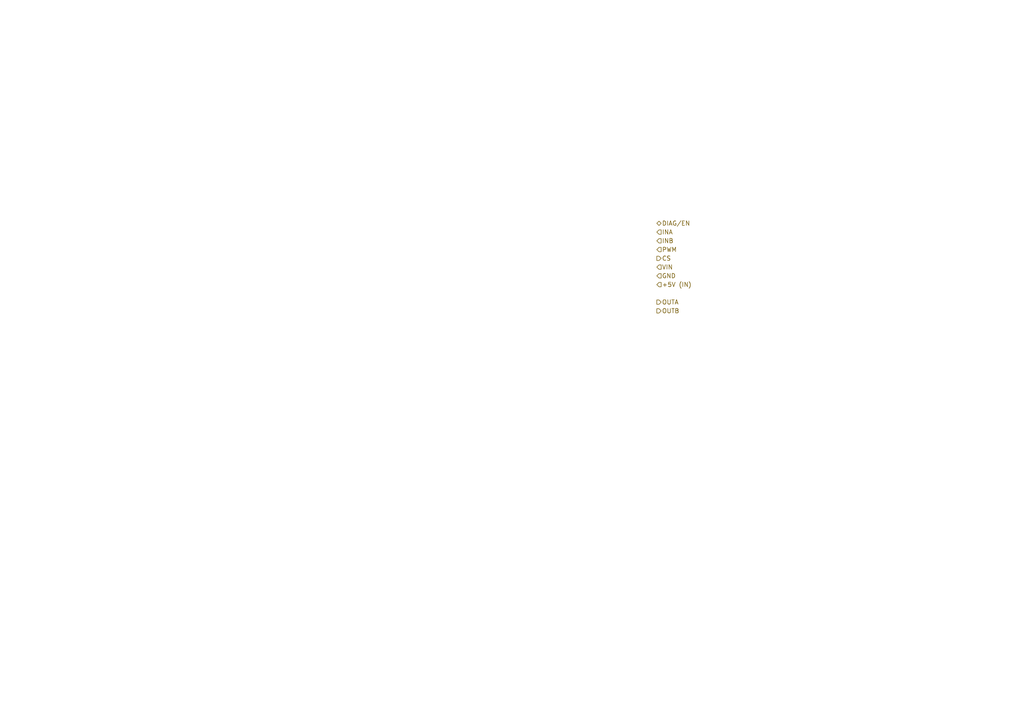
<source format=kicad_sch>
(kicad_sch (version 20211123) (generator eeschema)
  (paper "A4")
  (lib_symbols)
  (hierarchical_label "CS" (shape output) (at 190.5 74.93 0))
  (hierarchical_label "INA" (shape input) (at 190.5 67.31 0))
  (hierarchical_label "GND" (shape input) (at 190.5 80.01 0))
  (hierarchical_label "OUTB" (shape output) (at 190.5 90.17 0))
  (hierarchical_label "DIAG{slash}EN" (shape bidirectional) (at 190.5 64.77 0))
  (hierarchical_label "PWM" (shape input) (at 190.5 72.39 0))
  (hierarchical_label "INB" (shape input) (at 190.5 69.85 0))
  (hierarchical_label "OUTA" (shape output) (at 190.5 87.63 0))
  (hierarchical_label "VIN" (shape input) (at 190.5 77.47 0))
  (hierarchical_label "+5V (IN)" (shape input) (at 190.5 82.55 0))
)
</source>
